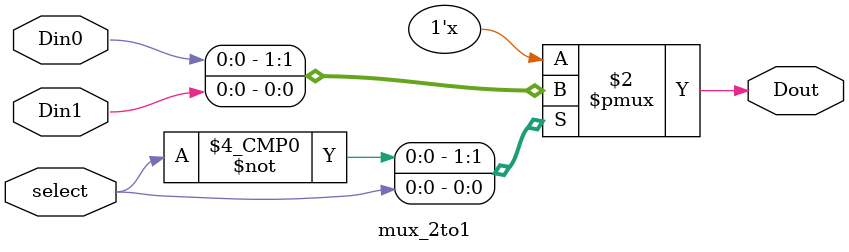
<source format=sv>
module mux_2to1(
	input Din0,
	input Din1,
	input select,
	output logic Dout
);

always_comb
begin 
	case(select)
		'b0 : Dout = Din0;
		'b1 : Dout = Din1;
		default: Dout = Din0;
	endcase
end
endmodule

</source>
